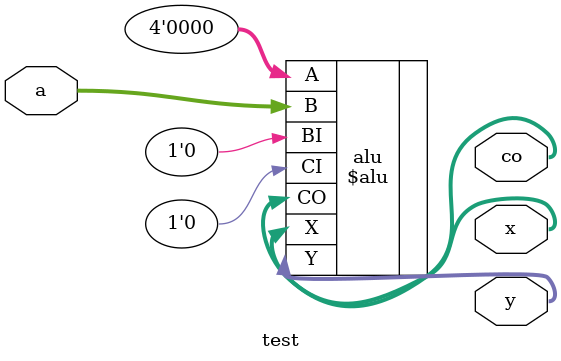
<source format=v>
module test(input [3:0] a, output [3:0] y, output [3:0] x, output [3:0] co);
\$alu #(
	.A_WIDTH(4), .B_WIDTH(4), .Y_WIDTH(4),
	.A_SIGNED(0), .B_SIGNED(0)
) alu (
	.A(4'h0), .B(a),
	.BI(1'b0), .CI(1'b0),
	.Y(y), .X(x), .CO(co)
);
endmodule

</source>
